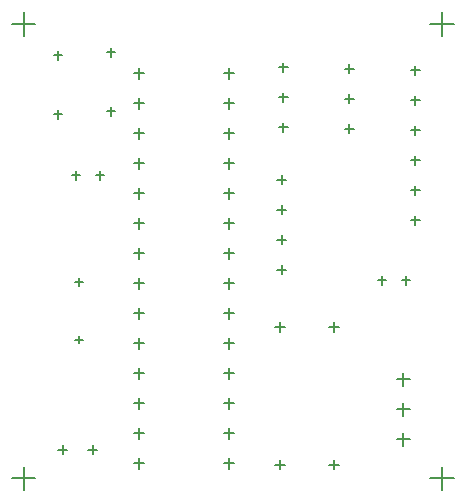
<source format=gbr>
G04*
G04 #@! TF.GenerationSoftware,Altium Limited,Altium Designer,22.4.2 (48)*
G04*
G04 Layer_Color=128*
%FSLAX25Y25*%
%MOIN*%
G70*
G04*
G04 #@! TF.SameCoordinates,58CDF047-041F-4824-80A0-4C5186096447*
G04*
G04*
G04 #@! TF.FilePolarity,Positive*
G04*
G01*
G75*
%ADD37C,0.00500*%
D37*
X122221Y412000D02*
X124779D01*
X123500Y410720D02*
Y413279D01*
X122221Y392787D02*
X124779D01*
X123500Y391508D02*
Y394067D01*
X189500Y436000D02*
X192500D01*
X191000Y434500D02*
Y437500D01*
X189500Y446000D02*
X192500D01*
X191000Y444500D02*
Y447500D01*
X189500Y426000D02*
X192500D01*
X191000Y424500D02*
Y427500D01*
X189500Y416000D02*
X192500D01*
X191000Y414500D02*
Y417500D01*
X229335Y379500D02*
X233665D01*
X231500Y377335D02*
Y381665D01*
X229335Y369500D02*
X233665D01*
X231500Y367335D02*
Y371665D01*
X229335Y359500D02*
X233665D01*
X231500Y357335D02*
Y361665D01*
X126500Y356000D02*
X129500D01*
X128000Y354500D02*
Y357500D01*
X116500Y356000D02*
X119500D01*
X118000Y354500D02*
Y357500D01*
X190000Y463500D02*
X193000D01*
X191500Y462000D02*
Y465000D01*
X190000Y473500D02*
X193000D01*
X191500Y472000D02*
Y475000D01*
X190000Y483500D02*
X193000D01*
X191500Y482000D02*
Y485000D01*
X234000Y482500D02*
X237000D01*
X235500Y481000D02*
Y484000D01*
X234000Y432500D02*
X237000D01*
X235500Y431000D02*
Y434000D01*
X234000Y472500D02*
X237000D01*
X235500Y471000D02*
Y474000D01*
X234000Y462500D02*
X237000D01*
X235500Y461000D02*
Y464000D01*
X234000Y442500D02*
X237000D01*
X235500Y441000D02*
Y444000D01*
X234000Y452500D02*
X237000D01*
X235500Y451000D02*
Y454000D01*
X188925Y397000D02*
X192075D01*
X190500Y395425D02*
Y398575D01*
X188925Y351067D02*
X192075D01*
X190500Y349492D02*
Y352642D01*
X206925Y397000D02*
X210075D01*
X208500Y395425D02*
Y398575D01*
X206925Y351067D02*
X210075D01*
X208500Y349492D02*
Y352642D01*
X171728Y351500D02*
X175272D01*
X173500Y349728D02*
Y353272D01*
X171728Y361500D02*
X175272D01*
X173500Y359728D02*
Y363272D01*
X171728Y371500D02*
X175272D01*
X173500Y369728D02*
Y373272D01*
X171728Y381500D02*
X175272D01*
X173500Y379728D02*
Y383272D01*
X171728Y391500D02*
X175272D01*
X173500Y389728D02*
Y393272D01*
X171728Y401500D02*
X175272D01*
X173500Y399728D02*
Y403272D01*
X171728Y411500D02*
X175272D01*
X173500Y409728D02*
Y413272D01*
X171728Y421500D02*
X175272D01*
X173500Y419728D02*
Y423272D01*
X171728Y431500D02*
X175272D01*
X173500Y429728D02*
Y433272D01*
X171728Y441500D02*
X175272D01*
X173500Y439728D02*
Y443272D01*
X171728Y451500D02*
X175272D01*
X173500Y449728D02*
Y453272D01*
X171728Y461500D02*
X175272D01*
X173500Y459728D02*
Y463272D01*
X171728Y471500D02*
X175272D01*
X173500Y469728D02*
Y473272D01*
X171728Y481500D02*
X175272D01*
X173500Y479728D02*
Y483272D01*
X141728Y351500D02*
X145272D01*
X143500Y349728D02*
Y353272D01*
X141728Y361500D02*
X145272D01*
X143500Y359728D02*
Y363272D01*
X141728Y371500D02*
X145272D01*
X143500Y369728D02*
Y373272D01*
X141728Y381500D02*
X145272D01*
X143500Y379728D02*
Y383272D01*
X141728Y391500D02*
X145272D01*
X143500Y389728D02*
Y393272D01*
X141728Y401500D02*
X145272D01*
X143500Y399728D02*
Y403272D01*
X141728Y411500D02*
X145272D01*
X143500Y409728D02*
Y413272D01*
X141728Y421500D02*
X145272D01*
X143500Y419728D02*
Y423272D01*
X141728Y431500D02*
X145272D01*
X143500Y429728D02*
Y433272D01*
X141728Y441500D02*
X145272D01*
X143500Y439728D02*
Y443272D01*
X141728Y451500D02*
X145272D01*
X143500Y449728D02*
Y453272D01*
X141728Y461500D02*
X145272D01*
X143500Y459728D02*
Y463272D01*
X141728Y471500D02*
X145272D01*
X143500Y469728D02*
Y473272D01*
X141728Y481500D02*
X145272D01*
X143500Y479728D02*
Y483272D01*
X132622Y468815D02*
X135378D01*
X134000Y467437D02*
Y470193D01*
X132622Y488500D02*
X135378D01*
X134000Y487122D02*
Y489878D01*
X115122Y467815D02*
X117878D01*
X116500Y466437D02*
Y469193D01*
X115122Y487500D02*
X117878D01*
X116500Y486122D02*
Y488878D01*
X223122Y412500D02*
X225878D01*
X224500Y411122D02*
Y413878D01*
X231122Y412500D02*
X233878D01*
X232500Y411122D02*
Y413878D01*
X121122Y447500D02*
X123878D01*
X122500Y446122D02*
Y448878D01*
X129122Y447500D02*
X131878D01*
X130500Y446122D02*
Y448878D01*
X212000Y483000D02*
X215000D01*
X213500Y481500D02*
Y484500D01*
X212000Y473000D02*
X215000D01*
X213500Y471500D02*
Y474500D01*
X212000Y463000D02*
X215000D01*
X213500Y461500D02*
Y464500D01*
X240563Y346500D02*
X248437D01*
X244500Y342563D02*
Y350437D01*
X101063Y346500D02*
X108937D01*
X105000Y342563D02*
Y350437D01*
X240563Y498000D02*
X248437D01*
X244500Y494063D02*
Y501937D01*
X101063Y498000D02*
X108937D01*
X105000Y494063D02*
Y501937D01*
M02*

</source>
